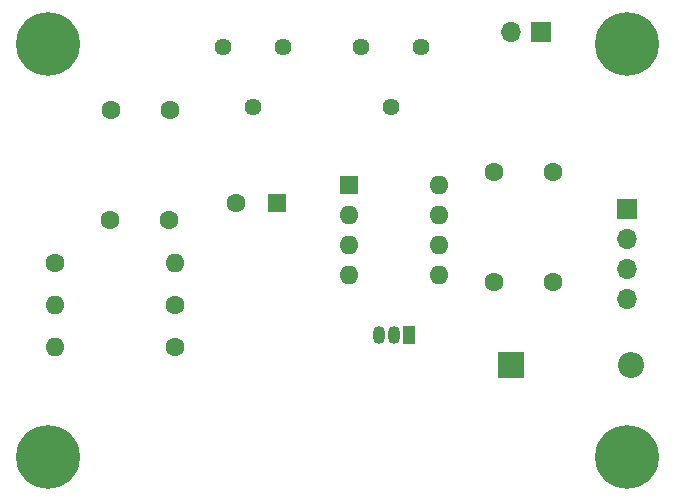
<source format=gbr>
G04 #@! TF.GenerationSoftware,KiCad,Pcbnew,(5.1.7)-1*
G04 #@! TF.CreationDate,2021-04-20T10:09:39-05:00*
G04 #@! TF.ProjectId,PortableAmp,506f7274-6162-46c6-9541-6d702e6b6963,rev?*
G04 #@! TF.SameCoordinates,Original*
G04 #@! TF.FileFunction,Soldermask,Top*
G04 #@! TF.FilePolarity,Negative*
%FSLAX46Y46*%
G04 Gerber Fmt 4.6, Leading zero omitted, Abs format (unit mm)*
G04 Created by KiCad (PCBNEW (5.1.7)-1) date 2021-04-20 10:09:39*
%MOMM*%
%LPD*%
G01*
G04 APERTURE LIST*
%ADD10R,1.600000X1.600000*%
%ADD11C,1.600000*%
%ADD12R,2.200000X2.200000*%
%ADD13O,2.200000X2.200000*%
%ADD14R,1.700000X1.700000*%
%ADD15O,1.700000X1.700000*%
%ADD16O,1.050000X1.500000*%
%ADD17R,1.050000X1.500000*%
%ADD18O,1.600000X1.600000*%
%ADD19C,1.440000*%
%ADD20C,5.400000*%
G04 APERTURE END LIST*
D10*
G04 #@! TO.C,C1*
X122428000Y-93472000D03*
D11*
X118928000Y-93472000D03*
G04 #@! TD*
G04 #@! TO.C,C2*
X113347500Y-85617000D03*
X108347500Y-85617000D03*
G04 #@! TD*
G04 #@! TO.C,C3*
X140796000Y-100158500D03*
X145796000Y-100158500D03*
G04 #@! TD*
G04 #@! TO.C,C4*
X113284000Y-94888000D03*
X108284000Y-94888000D03*
G04 #@! TD*
G04 #@! TO.C,C5*
X140796000Y-90824000D03*
X145796000Y-90824000D03*
G04 #@! TD*
D12*
G04 #@! TO.C,D1*
X142240000Y-107188000D03*
D13*
X152400000Y-107188000D03*
G04 #@! TD*
D14*
G04 #@! TO.C,J1*
X152000000Y-93980000D03*
D15*
X152000000Y-96520000D03*
X152000000Y-99060000D03*
X152000000Y-101600000D03*
G04 #@! TD*
D14*
G04 #@! TO.C,J2*
X144780000Y-79000000D03*
D15*
X142240000Y-79000000D03*
G04 #@! TD*
D16*
G04 #@! TO.C,Q1*
X132334000Y-104648000D03*
X131064000Y-104648000D03*
D17*
X133604000Y-104648000D03*
G04 #@! TD*
D18*
G04 #@! TO.C,R1*
X103632000Y-102108000D03*
D11*
X113792000Y-102108000D03*
G04 #@! TD*
G04 #@! TO.C,R2*
X103632000Y-98552000D03*
D18*
X113792000Y-98552000D03*
G04 #@! TD*
D11*
G04 #@! TO.C,R3*
X113792000Y-105664000D03*
D18*
X103632000Y-105664000D03*
G04 #@! TD*
D19*
G04 #@! TO.C,RV1*
X122936000Y-80264000D03*
X120396000Y-85344000D03*
X117856000Y-80264000D03*
G04 #@! TD*
G04 #@! TO.C,RV2*
X129540000Y-80264000D03*
X132080000Y-85344000D03*
X134620000Y-80264000D03*
G04 #@! TD*
D10*
G04 #@! TO.C,U1*
X128524000Y-91948000D03*
D18*
X136144000Y-99568000D03*
X128524000Y-94488000D03*
X136144000Y-97028000D03*
X128524000Y-97028000D03*
X136144000Y-94488000D03*
X128524000Y-99568000D03*
X136144000Y-91948000D03*
G04 #@! TD*
D20*
G04 #@! TO.C,H1*
X103000000Y-80000000D03*
G04 #@! TD*
G04 #@! TO.C,H2*
X103000000Y-115000000D03*
G04 #@! TD*
G04 #@! TO.C,H3*
X152000000Y-80000000D03*
G04 #@! TD*
G04 #@! TO.C,H4*
X152000000Y-115000000D03*
G04 #@! TD*
M02*

</source>
